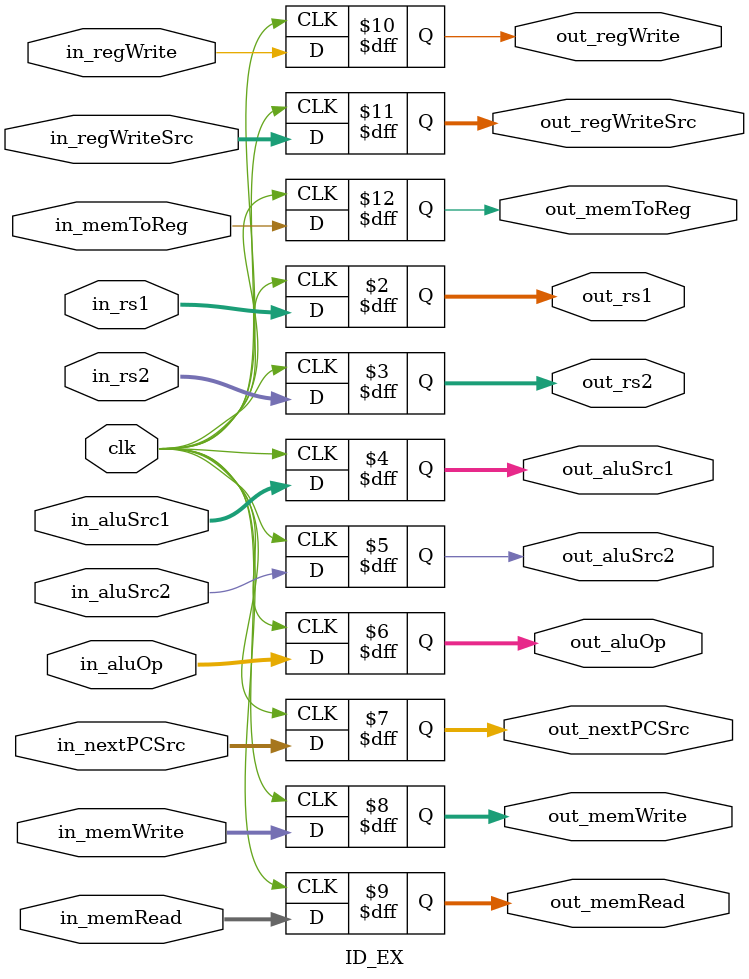
<source format=v>
`timescale 1ns/1ps

module ID_EX(
           input clk,
           input [31:0] in_rs1,
           input [31:0] in_rs2,
           // control signals
           // exe stage
           input [1:0]  in_aluSrc1,
           input        in_aluSrc2,
           input [4:0]  in_aluOp,
           // mem stage
           input [1:0]  in_nextPCSrc,
           input [1:0]  in_memWrite,
           input [2:0]  in_memRead,
           // wb stage
           input        in_regWrite,
           input [2:0]  in_regWriteSrc,
           input        in_memToReg,

           output reg [31:0] out_rs1,
           output reg [31:0] out_rs2,
           output reg [1:0]  out_aluSrc1,
           output reg        out_aluSrc2,
           output reg [4:0]  out_aluOp,
           output reg [1:0]  out_nextPCSrc,
           output reg [1:0]  out_memWrite,
           output reg [2:0]  out_memRead,
           output reg        out_regWrite,
           output reg [2:0]  out_regWriteSrc,
           output reg        out_memToReg
       );
always @(posedge clk) begin
    out_rs1 <= in_rs1;
    out_rs2 <= in_rs2;
    out_aluSrc1 <= in_aluSrc1;
    out_aluSrc2 <= in_aluSrc2;
    out_aluOp <= in_aluOp;
    out_nextPCSrc <= in_nextPCSrc;
    out_memWrite <= in_memWrite;
    out_memRead <= in_memRead;
    out_regWrite <= in_regWrite;
    out_regWriteSrc <= in_regWriteSrc;
    out_memToReg <= in_memToReg;
end


endmodule

</source>
